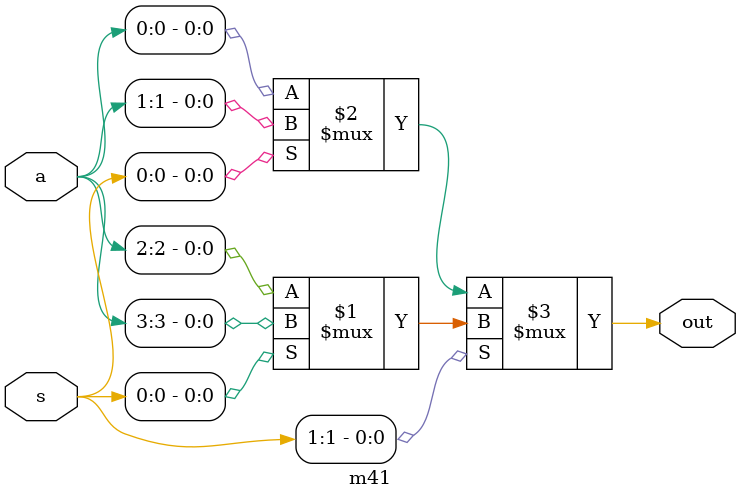
<source format=v>
module m41 ( output out, input [3:0]a, input [1:0]s);
 assign out = s[1] ? (s[0] ? a[3] : a[2]) : (s[0] ? a[1] : a[0]);
 endmodule 
</source>
